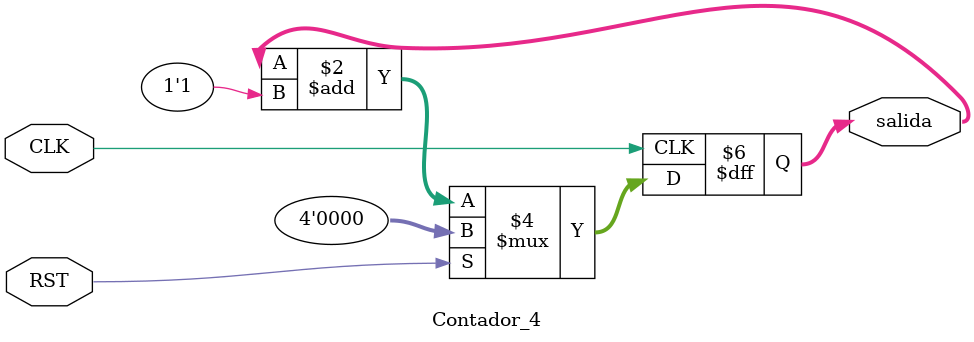
<source format=v>
`timescale 1ns / 1ps


module Contador_4(CLK, RST, salida
    );
    input CLK, RST;
    output reg [3:0] salida;
    
    always @(posedge CLK)
        if (RST)
            salida <= 4'b0;
        else
            salida <= salida +1'b1;
endmodule

</source>
